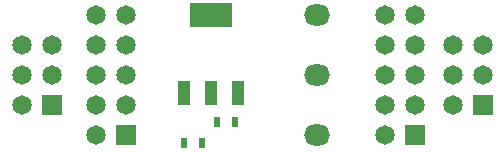
<source format=gbs>
G04 #@! TF.FileFunction,Soldermask,Bot*
%FSLAX46Y46*%
G04 Gerber Fmt 4.6, Leading zero omitted, Abs format (unit mm)*
G04 Created by KiCad (PCBNEW (2015-04-17 BZR 5608)-product) date Sun 19 Apr 2015 05:44:23 PM CEST*
%MOMM*%
G01*
G04 APERTURE LIST*
%ADD10C,0.150000*%
%ADD11R,1.651000X1.651000*%
%ADD12C,1.651000*%
%ADD13O,2.200000X1.800000*%
%ADD14R,3.657600X2.032000*%
%ADD15R,1.016000X2.032000*%
%ADD16R,0.500000X0.900000*%
G04 APERTURE END LIST*
D10*
D11*
X87770000Y-51790000D03*
D12*
X85230000Y-51790000D03*
X87770000Y-49250000D03*
X85230000Y-49250000D03*
X87770000Y-46710000D03*
X85230000Y-46710000D03*
X54980000Y-44170000D03*
X57520000Y-44170000D03*
D11*
X57520000Y-54330000D03*
D12*
X54980000Y-54330000D03*
X57520000Y-51790000D03*
X54980000Y-51790000D03*
X57520000Y-49250000D03*
X54980000Y-49250000D03*
X57520000Y-46710000D03*
X54980000Y-46710000D03*
X79480000Y-44170000D03*
X82020000Y-44170000D03*
D11*
X82020000Y-54330000D03*
D12*
X79480000Y-54330000D03*
X82020000Y-51790000D03*
X79480000Y-51790000D03*
X82020000Y-49250000D03*
X79480000Y-49250000D03*
X82020000Y-46710000D03*
X79480000Y-46710000D03*
D13*
X73750000Y-54330000D03*
X73750000Y-49250000D03*
X73750000Y-44170000D03*
D14*
X64750000Y-44198000D03*
D15*
X64750000Y-50802000D03*
X62464000Y-50802000D03*
X67036000Y-50802000D03*
D11*
X51270000Y-51790000D03*
D12*
X48730000Y-51790000D03*
X51270000Y-49250000D03*
X48730000Y-49250000D03*
X51270000Y-46710000D03*
X48730000Y-46710000D03*
D16*
X62500000Y-55000000D03*
X64000000Y-55000000D03*
X65250000Y-53250000D03*
X66750000Y-53250000D03*
M02*

</source>
